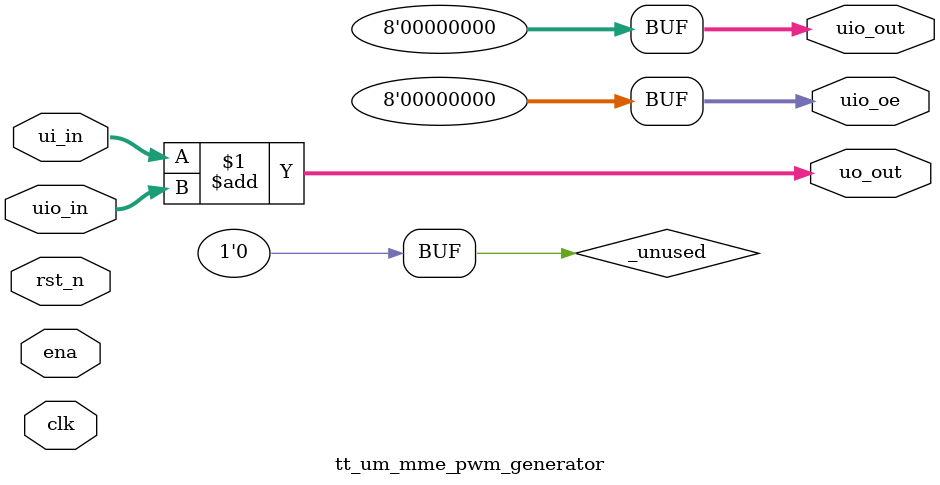
<source format=v>
/*
 * Copyright (c) 2024 Your Name
 * SPDX-License-Identifier: Apache-2.0
 */

`default_nettype none

module tt_um_mme_pwm_generator (
    input  wire [7:0] ui_in,    // Dedicated inputs
    output wire [7:0] uo_out,   // Dedicated outputs
    input  wire [7:0] uio_in,   // IOs: Input path
    output wire [7:0] uio_out,  // IOs: Output path
    output wire [7:0] uio_oe,   // IOs: Enable path (active high: 0=input, 1=output)
    input  wire       ena,      // always 1 when the design is powered, so you can ignore it
    input  wire       clk,      // clock
    input  wire       rst_n     // reset_n - low to reset
);

  // All output pins must be assigned. If not used, assign to 0.
  assign uo_out  = ui_in + uio_in;  // Example: ou_out is the sum of ui_in and uio_in
  assign uio_out = 0;
  assign uio_oe  = 0;

  // List all unused inputs to prevent warnings
  wire _unused = &{ena, clk, rst_n, 1'b0};

endmodule

</source>
